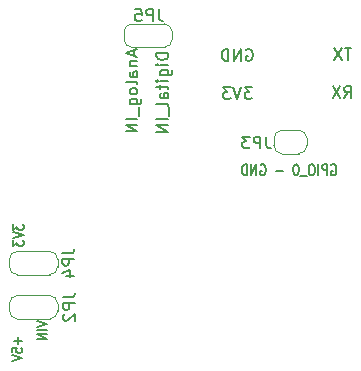
<source format=gbr>
%TF.GenerationSoftware,KiCad,Pcbnew,(6.0.1)*%
%TF.CreationDate,2022-02-04T15:15:15+01:00*%
%TF.ProjectId,WLED_ESP8266_molex_microfit,574c4544-5f45-4535-9038-3236365f6d6f,rev?*%
%TF.SameCoordinates,Original*%
%TF.FileFunction,Legend,Bot*%
%TF.FilePolarity,Positive*%
%FSLAX46Y46*%
G04 Gerber Fmt 4.6, Leading zero omitted, Abs format (unit mm)*
G04 Created by KiCad (PCBNEW (6.0.1)) date 2022-02-04 15:15:15*
%MOMM*%
%LPD*%
G01*
G04 APERTURE LIST*
%ADD10C,0.200000*%
%ADD11C,0.150000*%
%ADD12C,0.120000*%
G04 APERTURE END LIST*
D10*
X138617904Y-74746000D02*
X138713142Y-74698380D01*
X138856000Y-74698380D01*
X138998857Y-74746000D01*
X139094095Y-74841238D01*
X139141714Y-74936476D01*
X139189333Y-75126952D01*
X139189333Y-75269809D01*
X139141714Y-75460285D01*
X139094095Y-75555523D01*
X138998857Y-75650761D01*
X138856000Y-75698380D01*
X138760761Y-75698380D01*
X138617904Y-75650761D01*
X138570285Y-75603142D01*
X138570285Y-75269809D01*
X138760761Y-75269809D01*
X138141714Y-75698380D02*
X138141714Y-74698380D01*
X137570285Y-75698380D01*
X137570285Y-74698380D01*
X137094095Y-75698380D02*
X137094095Y-74698380D01*
X136856000Y-74698380D01*
X136713142Y-74746000D01*
X136617904Y-74841238D01*
X136570285Y-74936476D01*
X136522666Y-75126952D01*
X136522666Y-75269809D01*
X136570285Y-75460285D01*
X136617904Y-75555523D01*
X136713142Y-75650761D01*
X136856000Y-75698380D01*
X137094095Y-75698380D01*
X139094095Y-77918380D02*
X138475047Y-77918380D01*
X138808380Y-78299333D01*
X138665523Y-78299333D01*
X138570285Y-78346952D01*
X138522666Y-78394571D01*
X138475047Y-78489809D01*
X138475047Y-78727904D01*
X138522666Y-78823142D01*
X138570285Y-78870761D01*
X138665523Y-78918380D01*
X138951238Y-78918380D01*
X139046476Y-78870761D01*
X139094095Y-78823142D01*
X138189333Y-77918380D02*
X137856000Y-78918380D01*
X137522666Y-77918380D01*
X137284571Y-77918380D02*
X136665523Y-77918380D01*
X136998857Y-78299333D01*
X136856000Y-78299333D01*
X136760761Y-78346952D01*
X136713142Y-78394571D01*
X136665523Y-78489809D01*
X136665523Y-78727904D01*
X136713142Y-78823142D01*
X136760761Y-78870761D01*
X136856000Y-78918380D01*
X137141714Y-78918380D01*
X137236952Y-78870761D01*
X137284571Y-78823142D01*
D11*
X118863142Y-89527428D02*
X118863142Y-89991714D01*
X119206000Y-89741714D01*
X119206000Y-89848857D01*
X119248857Y-89920285D01*
X119291714Y-89956000D01*
X119377428Y-89991714D01*
X119591714Y-89991714D01*
X119677428Y-89956000D01*
X119720285Y-89920285D01*
X119763142Y-89848857D01*
X119763142Y-89634571D01*
X119720285Y-89563142D01*
X119677428Y-89527428D01*
X118863142Y-90206000D02*
X119763142Y-90456000D01*
X118863142Y-90706000D01*
X118863142Y-90884571D02*
X118863142Y-91348857D01*
X119206000Y-91098857D01*
X119206000Y-91206000D01*
X119248857Y-91277428D01*
X119291714Y-91313142D01*
X119377428Y-91348857D01*
X119591714Y-91348857D01*
X119677428Y-91313142D01*
X119720285Y-91277428D01*
X119763142Y-91206000D01*
X119763142Y-90991714D01*
X119720285Y-90920285D01*
X119677428Y-90884571D01*
X119320285Y-99091714D02*
X119320285Y-99663142D01*
X119663142Y-99377428D02*
X118977428Y-99377428D01*
X118763142Y-100377428D02*
X118763142Y-100020285D01*
X119191714Y-99984571D01*
X119148857Y-100020285D01*
X119106000Y-100091714D01*
X119106000Y-100270285D01*
X119148857Y-100341714D01*
X119191714Y-100377428D01*
X119277428Y-100413142D01*
X119491714Y-100413142D01*
X119577428Y-100377428D01*
X119620285Y-100341714D01*
X119663142Y-100270285D01*
X119663142Y-100091714D01*
X119620285Y-100020285D01*
X119577428Y-99984571D01*
X118763142Y-100627428D02*
X119663142Y-100877428D01*
X118763142Y-101127428D01*
X129122666Y-74803619D02*
X129122666Y-75279809D01*
X129408380Y-74708380D02*
X128408380Y-75041714D01*
X129408380Y-75375047D01*
X128741714Y-75708380D02*
X129408380Y-75708380D01*
X128836952Y-75708380D02*
X128789333Y-75756000D01*
X128741714Y-75851238D01*
X128741714Y-75994095D01*
X128789333Y-76089333D01*
X128884571Y-76136952D01*
X129408380Y-76136952D01*
X129408380Y-77041714D02*
X128884571Y-77041714D01*
X128789333Y-76994095D01*
X128741714Y-76898857D01*
X128741714Y-76708380D01*
X128789333Y-76613142D01*
X129360761Y-77041714D02*
X129408380Y-76946476D01*
X129408380Y-76708380D01*
X129360761Y-76613142D01*
X129265523Y-76565523D01*
X129170285Y-76565523D01*
X129075047Y-76613142D01*
X129027428Y-76708380D01*
X129027428Y-76946476D01*
X128979809Y-77041714D01*
X129408380Y-77660761D02*
X129360761Y-77565523D01*
X129265523Y-77517904D01*
X128408380Y-77517904D01*
X129408380Y-78184571D02*
X129360761Y-78089333D01*
X129313142Y-78041714D01*
X129217904Y-77994095D01*
X128932190Y-77994095D01*
X128836952Y-78041714D01*
X128789333Y-78089333D01*
X128741714Y-78184571D01*
X128741714Y-78327428D01*
X128789333Y-78422666D01*
X128836952Y-78470285D01*
X128932190Y-78517904D01*
X129217904Y-78517904D01*
X129313142Y-78470285D01*
X129360761Y-78422666D01*
X129408380Y-78327428D01*
X129408380Y-78184571D01*
X128741714Y-79375047D02*
X129551238Y-79375047D01*
X129646476Y-79327428D01*
X129694095Y-79279809D01*
X129741714Y-79184571D01*
X129741714Y-79041714D01*
X129694095Y-78946476D01*
X129360761Y-79375047D02*
X129408380Y-79279809D01*
X129408380Y-79089333D01*
X129360761Y-78994095D01*
X129313142Y-78946476D01*
X129217904Y-78898857D01*
X128932190Y-78898857D01*
X128836952Y-78946476D01*
X128789333Y-78994095D01*
X128741714Y-79089333D01*
X128741714Y-79279809D01*
X128789333Y-79375047D01*
X129503619Y-79613142D02*
X129503619Y-80375047D01*
X129408380Y-80613142D02*
X128408380Y-80613142D01*
X129408380Y-81089333D02*
X128408380Y-81089333D01*
X129408380Y-81660761D01*
X128408380Y-81660761D01*
X145827428Y-84506000D02*
X145898857Y-84463142D01*
X146006000Y-84463142D01*
X146113142Y-84506000D01*
X146184571Y-84591714D01*
X146220285Y-84677428D01*
X146256000Y-84848857D01*
X146256000Y-84977428D01*
X146220285Y-85148857D01*
X146184571Y-85234571D01*
X146113142Y-85320285D01*
X146006000Y-85363142D01*
X145934571Y-85363142D01*
X145827428Y-85320285D01*
X145791714Y-85277428D01*
X145791714Y-84977428D01*
X145934571Y-84977428D01*
X145470285Y-85363142D02*
X145470285Y-84463142D01*
X145184571Y-84463142D01*
X145113142Y-84506000D01*
X145077428Y-84548857D01*
X145041714Y-84634571D01*
X145041714Y-84763142D01*
X145077428Y-84848857D01*
X145113142Y-84891714D01*
X145184571Y-84934571D01*
X145470285Y-84934571D01*
X144720285Y-85363142D02*
X144720285Y-84463142D01*
X144220285Y-84463142D02*
X144077428Y-84463142D01*
X144006000Y-84506000D01*
X143934571Y-84591714D01*
X143898857Y-84763142D01*
X143898857Y-85063142D01*
X143934571Y-85234571D01*
X144006000Y-85320285D01*
X144077428Y-85363142D01*
X144220285Y-85363142D01*
X144291714Y-85320285D01*
X144363142Y-85234571D01*
X144398857Y-85063142D01*
X144398857Y-84763142D01*
X144363142Y-84591714D01*
X144291714Y-84506000D01*
X144220285Y-84463142D01*
X143756000Y-85448857D02*
X143184571Y-85448857D01*
X142863142Y-84463142D02*
X142791714Y-84463142D01*
X142720285Y-84506000D01*
X142684571Y-84548857D01*
X142648857Y-84634571D01*
X142613142Y-84806000D01*
X142613142Y-85020285D01*
X142648857Y-85191714D01*
X142684571Y-85277428D01*
X142720285Y-85320285D01*
X142791714Y-85363142D01*
X142863142Y-85363142D01*
X142934571Y-85320285D01*
X142970285Y-85277428D01*
X143006000Y-85191714D01*
X143041714Y-85020285D01*
X143041714Y-84806000D01*
X143006000Y-84634571D01*
X142970285Y-84548857D01*
X142934571Y-84506000D01*
X142863142Y-84463142D01*
X141720285Y-85020285D02*
X141148857Y-85020285D01*
X139827428Y-84506000D02*
X139898857Y-84463142D01*
X140006000Y-84463142D01*
X140113142Y-84506000D01*
X140184571Y-84591714D01*
X140220285Y-84677428D01*
X140256000Y-84848857D01*
X140256000Y-84977428D01*
X140220285Y-85148857D01*
X140184571Y-85234571D01*
X140113142Y-85320285D01*
X140006000Y-85363142D01*
X139934571Y-85363142D01*
X139827428Y-85320285D01*
X139791714Y-85277428D01*
X139791714Y-84977428D01*
X139934571Y-84977428D01*
X139470285Y-85363142D02*
X139470285Y-84463142D01*
X139041714Y-85363142D01*
X139041714Y-84463142D01*
X138684571Y-85363142D02*
X138684571Y-84463142D01*
X138506000Y-84463142D01*
X138398857Y-84506000D01*
X138327428Y-84591714D01*
X138291714Y-84677428D01*
X138256000Y-84848857D01*
X138256000Y-84977428D01*
X138291714Y-85148857D01*
X138327428Y-85234571D01*
X138398857Y-85320285D01*
X138506000Y-85363142D01*
X138684571Y-85363142D01*
X120863142Y-97734571D02*
X121763142Y-97984571D01*
X120863142Y-98234571D01*
X121763142Y-98484571D02*
X120863142Y-98484571D01*
X121763142Y-98841714D02*
X120863142Y-98841714D01*
X121763142Y-99270285D01*
X120863142Y-99270285D01*
X132008380Y-75022666D02*
X131008380Y-75022666D01*
X131008380Y-75260761D01*
X131056000Y-75403619D01*
X131151238Y-75498857D01*
X131246476Y-75546476D01*
X131436952Y-75594095D01*
X131579809Y-75594095D01*
X131770285Y-75546476D01*
X131865523Y-75498857D01*
X131960761Y-75403619D01*
X132008380Y-75260761D01*
X132008380Y-75022666D01*
X132008380Y-76022666D02*
X131341714Y-76022666D01*
X131008380Y-76022666D02*
X131056000Y-75975047D01*
X131103619Y-76022666D01*
X131056000Y-76070285D01*
X131008380Y-76022666D01*
X131103619Y-76022666D01*
X131341714Y-76927428D02*
X132151238Y-76927428D01*
X132246476Y-76879809D01*
X132294095Y-76832190D01*
X132341714Y-76736952D01*
X132341714Y-76594095D01*
X132294095Y-76498857D01*
X131960761Y-76927428D02*
X132008380Y-76832190D01*
X132008380Y-76641714D01*
X131960761Y-76546476D01*
X131913142Y-76498857D01*
X131817904Y-76451238D01*
X131532190Y-76451238D01*
X131436952Y-76498857D01*
X131389333Y-76546476D01*
X131341714Y-76641714D01*
X131341714Y-76832190D01*
X131389333Y-76927428D01*
X132008380Y-77403619D02*
X131341714Y-77403619D01*
X131008380Y-77403619D02*
X131056000Y-77356000D01*
X131103619Y-77403619D01*
X131056000Y-77451238D01*
X131008380Y-77403619D01*
X131103619Y-77403619D01*
X131341714Y-77736952D02*
X131341714Y-78117904D01*
X131008380Y-77879809D02*
X131865523Y-77879809D01*
X131960761Y-77927428D01*
X132008380Y-78022666D01*
X132008380Y-78117904D01*
X132008380Y-78879809D02*
X131484571Y-78879809D01*
X131389333Y-78832190D01*
X131341714Y-78736952D01*
X131341714Y-78546476D01*
X131389333Y-78451238D01*
X131960761Y-78879809D02*
X132008380Y-78784571D01*
X132008380Y-78546476D01*
X131960761Y-78451238D01*
X131865523Y-78403619D01*
X131770285Y-78403619D01*
X131675047Y-78451238D01*
X131627428Y-78546476D01*
X131627428Y-78784571D01*
X131579809Y-78879809D01*
X132008380Y-79498857D02*
X131960761Y-79403619D01*
X131865523Y-79356000D01*
X131008380Y-79356000D01*
X132103619Y-79641714D02*
X132103619Y-80403619D01*
X132008380Y-80641714D02*
X131008380Y-80641714D01*
X132008380Y-81117904D02*
X131008380Y-81117904D01*
X132008380Y-81689333D01*
X131008380Y-81689333D01*
D10*
X147517904Y-74598380D02*
X146946476Y-74598380D01*
X147232190Y-75598380D02*
X147232190Y-74598380D01*
X146708380Y-74598380D02*
X146041714Y-75598380D01*
X146041714Y-74598380D02*
X146708380Y-75598380D01*
X146922666Y-78818380D02*
X147256000Y-78342190D01*
X147494095Y-78818380D02*
X147494095Y-77818380D01*
X147113142Y-77818380D01*
X147017904Y-77866000D01*
X146970285Y-77913619D01*
X146922666Y-78008857D01*
X146922666Y-78151714D01*
X146970285Y-78246952D01*
X147017904Y-78294571D01*
X147113142Y-78342190D01*
X147494095Y-78342190D01*
X146589333Y-77818380D02*
X145922666Y-78818380D01*
X145922666Y-77818380D02*
X146589333Y-78818380D01*
D11*
%TO.C,JP5*%
X131189333Y-71308380D02*
X131189333Y-72022666D01*
X131236952Y-72165523D01*
X131332190Y-72260761D01*
X131475047Y-72308380D01*
X131570285Y-72308380D01*
X130713142Y-72308380D02*
X130713142Y-71308380D01*
X130332190Y-71308380D01*
X130236952Y-71356000D01*
X130189333Y-71403619D01*
X130141714Y-71498857D01*
X130141714Y-71641714D01*
X130189333Y-71736952D01*
X130236952Y-71784571D01*
X130332190Y-71832190D01*
X130713142Y-71832190D01*
X129236952Y-71308380D02*
X129713142Y-71308380D01*
X129760761Y-71784571D01*
X129713142Y-71736952D01*
X129617904Y-71689333D01*
X129379809Y-71689333D01*
X129284571Y-71736952D01*
X129236952Y-71784571D01*
X129189333Y-71879809D01*
X129189333Y-72117904D01*
X129236952Y-72213142D01*
X129284571Y-72260761D01*
X129379809Y-72308380D01*
X129617904Y-72308380D01*
X129713142Y-72260761D01*
X129760761Y-72213142D01*
%TO.C,JP4*%
X123058380Y-91972666D02*
X123772666Y-91972666D01*
X123915523Y-91925047D01*
X124010761Y-91829809D01*
X124058380Y-91686952D01*
X124058380Y-91591714D01*
X124058380Y-92448857D02*
X123058380Y-92448857D01*
X123058380Y-92829809D01*
X123106000Y-92925047D01*
X123153619Y-92972666D01*
X123248857Y-93020285D01*
X123391714Y-93020285D01*
X123486952Y-92972666D01*
X123534571Y-92925047D01*
X123582190Y-92829809D01*
X123582190Y-92448857D01*
X123391714Y-93877428D02*
X124058380Y-93877428D01*
X123010761Y-93639333D02*
X123725047Y-93401238D01*
X123725047Y-94020285D01*
%TO.C,JP2*%
X123108380Y-95722666D02*
X123822666Y-95722666D01*
X123965523Y-95675047D01*
X124060761Y-95579809D01*
X124108380Y-95436952D01*
X124108380Y-95341714D01*
X124108380Y-96198857D02*
X123108380Y-96198857D01*
X123108380Y-96579809D01*
X123156000Y-96675047D01*
X123203619Y-96722666D01*
X123298857Y-96770285D01*
X123441714Y-96770285D01*
X123536952Y-96722666D01*
X123584571Y-96675047D01*
X123632190Y-96579809D01*
X123632190Y-96198857D01*
X123203619Y-97151238D02*
X123156000Y-97198857D01*
X123108380Y-97294095D01*
X123108380Y-97532190D01*
X123156000Y-97627428D01*
X123203619Y-97675047D01*
X123298857Y-97722666D01*
X123394095Y-97722666D01*
X123536952Y-97675047D01*
X124108380Y-97103619D01*
X124108380Y-97722666D01*
%TO.C,JP3*%
X140289333Y-82108380D02*
X140289333Y-82822666D01*
X140336952Y-82965523D01*
X140432190Y-83060761D01*
X140575047Y-83108380D01*
X140670285Y-83108380D01*
X139813142Y-83108380D02*
X139813142Y-82108380D01*
X139432190Y-82108380D01*
X139336952Y-82156000D01*
X139289333Y-82203619D01*
X139241714Y-82298857D01*
X139241714Y-82441714D01*
X139289333Y-82536952D01*
X139336952Y-82584571D01*
X139432190Y-82632190D01*
X139813142Y-82632190D01*
X138908380Y-82108380D02*
X138289333Y-82108380D01*
X138622666Y-82489333D01*
X138479809Y-82489333D01*
X138384571Y-82536952D01*
X138336952Y-82584571D01*
X138289333Y-82679809D01*
X138289333Y-82917904D01*
X138336952Y-83013142D01*
X138384571Y-83060761D01*
X138479809Y-83108380D01*
X138765523Y-83108380D01*
X138860761Y-83060761D01*
X138908380Y-83013142D01*
D12*
%TO.C,JP5*%
X131706000Y-72556000D02*
X128906000Y-72556000D01*
X128906000Y-74556000D02*
X131706000Y-74556000D01*
X132356000Y-73856000D02*
X132356000Y-73256000D01*
X128256000Y-73256000D02*
X128256000Y-73856000D01*
X128956000Y-72556000D02*
G75*
G03*
X128256000Y-73256000I-1J-699999D01*
G01*
X132356000Y-73256000D02*
G75*
G03*
X131656000Y-72556000I-699999J1D01*
G01*
X128256000Y-73856000D02*
G75*
G03*
X128956000Y-74556000I699999J-1D01*
G01*
X131656000Y-74556000D02*
G75*
G03*
X132356000Y-73856000I1J699999D01*
G01*
%TO.C,JP4*%
X118556000Y-92506000D02*
X118556000Y-93106000D01*
X119206000Y-93806000D02*
X122006000Y-93806000D01*
X122656000Y-93106000D02*
X122656000Y-92506000D01*
X122006000Y-91806000D02*
X119206000Y-91806000D01*
X119256000Y-91806000D02*
G75*
G03*
X118556000Y-92506000I-1J-699999D01*
G01*
X121956000Y-93806000D02*
G75*
G03*
X122656000Y-93106000I1J699999D01*
G01*
X122656000Y-92506000D02*
G75*
G03*
X121956000Y-91806000I-699999J1D01*
G01*
X118556000Y-93106000D02*
G75*
G03*
X119256000Y-93806000I699999J-1D01*
G01*
%TO.C,JP2*%
X122656000Y-96856000D02*
X122656000Y-96256000D01*
X118556000Y-96256000D02*
X118556000Y-96856000D01*
X119206000Y-97556000D02*
X122006000Y-97556000D01*
X122006000Y-95556000D02*
X119206000Y-95556000D01*
X119256000Y-95556000D02*
G75*
G03*
X118556000Y-96256000I-1J-699999D01*
G01*
X122656000Y-96256000D02*
G75*
G03*
X121956000Y-95556000I-699999J1D01*
G01*
X121956000Y-97556000D02*
G75*
G03*
X122656000Y-96856000I1J699999D01*
G01*
X118556000Y-96856000D02*
G75*
G03*
X119256000Y-97556000I699999J-1D01*
G01*
%TO.C,JP3*%
X141656000Y-83556000D02*
X143056000Y-83556000D01*
X143056000Y-81556000D02*
X141656000Y-81556000D01*
X140956000Y-82256000D02*
X140956000Y-82856000D01*
X143756000Y-82856000D02*
X143756000Y-82256000D01*
X140956000Y-82856000D02*
G75*
G03*
X141656000Y-83556000I699999J-1D01*
G01*
X143756000Y-82256000D02*
G75*
G03*
X143056000Y-81556000I-699999J1D01*
G01*
X143056000Y-83556000D02*
G75*
G03*
X143756000Y-82856000I1J699999D01*
G01*
X141656000Y-81556000D02*
G75*
G03*
X140956000Y-82256000I-1J-699999D01*
G01*
%TD*%
M02*

</source>
